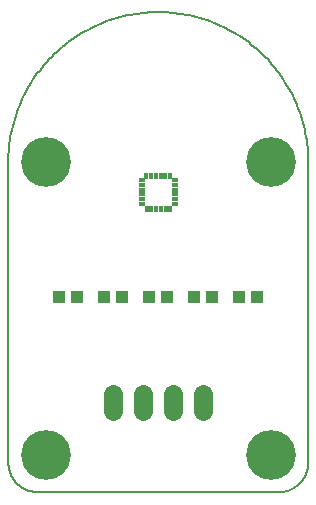
<source format=gts>
G75*
%MOIN*%
%OFA0B0*%
%FSLAX25Y25*%
%IPPOS*%
%LPD*%
%AMOC8*
5,1,8,0,0,1.08239X$1,22.5*
%
%ADD10C,0.00500*%
%ADD11C,0.06343*%
%ADD12C,0.16611*%
%ADD13R,0.02375X0.01587*%
%ADD14R,0.01587X0.02375*%
%ADD15R,0.03950X0.03950*%
D10*
X0011800Y0016800D02*
X0011800Y0116800D01*
X0011815Y0118018D01*
X0011859Y0119234D01*
X0011933Y0120450D01*
X0012037Y0121663D01*
X0012170Y0122873D01*
X0012333Y0124080D01*
X0012525Y0125282D01*
X0012746Y0126480D01*
X0012996Y0127672D01*
X0013275Y0128857D01*
X0013583Y0130035D01*
X0013920Y0131205D01*
X0014285Y0132367D01*
X0014678Y0133519D01*
X0015099Y0134662D01*
X0015548Y0135793D01*
X0016024Y0136914D01*
X0016528Y0138023D01*
X0017058Y0139119D01*
X0017615Y0140202D01*
X0018198Y0141271D01*
X0018806Y0142325D01*
X0019441Y0143365D01*
X0020100Y0144388D01*
X0020784Y0145396D01*
X0021493Y0146386D01*
X0022225Y0147359D01*
X0022981Y0148313D01*
X0023760Y0149249D01*
X0024561Y0150166D01*
X0025385Y0151063D01*
X0026230Y0151939D01*
X0027096Y0152795D01*
X0027983Y0153630D01*
X0028890Y0154442D01*
X0029816Y0155232D01*
X0030762Y0156000D01*
X0031725Y0156744D01*
X0032707Y0157464D01*
X0033706Y0158161D01*
X0034721Y0158833D01*
X0035753Y0159480D01*
X0036800Y0160101D01*
X0037862Y0160697D01*
X0038938Y0161267D01*
X0040027Y0161811D01*
X0041130Y0162327D01*
X0042245Y0162817D01*
X0043371Y0163280D01*
X0044508Y0163715D01*
X0045656Y0164122D01*
X0046813Y0164501D01*
X0047979Y0164852D01*
X0049153Y0165174D01*
X0050335Y0165468D01*
X0051524Y0165733D01*
X0052718Y0165968D01*
X0053918Y0166175D01*
X0055123Y0166352D01*
X0056331Y0166500D01*
X0057543Y0166618D01*
X0058758Y0166707D01*
X0059974Y0166767D01*
X0061191Y0166796D01*
X0062409Y0166796D01*
X0063626Y0166767D01*
X0064842Y0166707D01*
X0066057Y0166618D01*
X0067269Y0166500D01*
X0068477Y0166352D01*
X0069682Y0166175D01*
X0070882Y0165968D01*
X0072076Y0165733D01*
X0073265Y0165468D01*
X0074447Y0165174D01*
X0075621Y0164852D01*
X0076787Y0164501D01*
X0077944Y0164122D01*
X0079092Y0163715D01*
X0080229Y0163280D01*
X0081355Y0162817D01*
X0082470Y0162327D01*
X0083573Y0161811D01*
X0084662Y0161267D01*
X0085738Y0160697D01*
X0086800Y0160101D01*
X0087847Y0159480D01*
X0088879Y0158833D01*
X0089894Y0158161D01*
X0090893Y0157464D01*
X0091875Y0156744D01*
X0092838Y0156000D01*
X0093784Y0155232D01*
X0094710Y0154442D01*
X0095617Y0153630D01*
X0096504Y0152795D01*
X0097370Y0151939D01*
X0098215Y0151063D01*
X0099039Y0150166D01*
X0099840Y0149249D01*
X0100619Y0148313D01*
X0101375Y0147359D01*
X0102107Y0146386D01*
X0102816Y0145396D01*
X0103500Y0144388D01*
X0104159Y0143365D01*
X0104794Y0142325D01*
X0105402Y0141271D01*
X0105985Y0140202D01*
X0106542Y0139119D01*
X0107072Y0138023D01*
X0107576Y0136914D01*
X0108052Y0135793D01*
X0108501Y0134662D01*
X0108922Y0133519D01*
X0109315Y0132367D01*
X0109680Y0131205D01*
X0110017Y0130035D01*
X0110325Y0128857D01*
X0110604Y0127672D01*
X0110854Y0126480D01*
X0111075Y0125282D01*
X0111267Y0124080D01*
X0111430Y0122873D01*
X0111563Y0121663D01*
X0111667Y0120450D01*
X0111741Y0119234D01*
X0111785Y0118018D01*
X0111800Y0116800D01*
X0111800Y0016800D01*
X0111797Y0016558D01*
X0111788Y0016317D01*
X0111774Y0016076D01*
X0111753Y0015835D01*
X0111727Y0015595D01*
X0111695Y0015355D01*
X0111657Y0015116D01*
X0111614Y0014879D01*
X0111564Y0014642D01*
X0111509Y0014407D01*
X0111449Y0014173D01*
X0111382Y0013941D01*
X0111311Y0013710D01*
X0111233Y0013481D01*
X0111150Y0013254D01*
X0111062Y0013029D01*
X0110968Y0012806D01*
X0110869Y0012586D01*
X0110764Y0012368D01*
X0110655Y0012153D01*
X0110540Y0011940D01*
X0110420Y0011730D01*
X0110295Y0011524D01*
X0110165Y0011320D01*
X0110030Y0011119D01*
X0109890Y0010922D01*
X0109746Y0010728D01*
X0109597Y0010538D01*
X0109443Y0010352D01*
X0109285Y0010169D01*
X0109123Y0009990D01*
X0108956Y0009815D01*
X0108785Y0009644D01*
X0108610Y0009477D01*
X0108431Y0009315D01*
X0108248Y0009157D01*
X0108062Y0009003D01*
X0107872Y0008854D01*
X0107678Y0008710D01*
X0107481Y0008570D01*
X0107280Y0008435D01*
X0107076Y0008305D01*
X0106870Y0008180D01*
X0106660Y0008060D01*
X0106447Y0007945D01*
X0106232Y0007836D01*
X0106014Y0007731D01*
X0105794Y0007632D01*
X0105571Y0007538D01*
X0105346Y0007450D01*
X0105119Y0007367D01*
X0104890Y0007289D01*
X0104659Y0007218D01*
X0104427Y0007151D01*
X0104193Y0007091D01*
X0103958Y0007036D01*
X0103721Y0006986D01*
X0103484Y0006943D01*
X0103245Y0006905D01*
X0103005Y0006873D01*
X0102765Y0006847D01*
X0102524Y0006826D01*
X0102283Y0006812D01*
X0102042Y0006803D01*
X0101800Y0006800D01*
X0021800Y0006800D01*
X0021558Y0006803D01*
X0021317Y0006812D01*
X0021076Y0006826D01*
X0020835Y0006847D01*
X0020595Y0006873D01*
X0020355Y0006905D01*
X0020116Y0006943D01*
X0019879Y0006986D01*
X0019642Y0007036D01*
X0019407Y0007091D01*
X0019173Y0007151D01*
X0018941Y0007218D01*
X0018710Y0007289D01*
X0018481Y0007367D01*
X0018254Y0007450D01*
X0018029Y0007538D01*
X0017806Y0007632D01*
X0017586Y0007731D01*
X0017368Y0007836D01*
X0017153Y0007945D01*
X0016940Y0008060D01*
X0016730Y0008180D01*
X0016524Y0008305D01*
X0016320Y0008435D01*
X0016119Y0008570D01*
X0015922Y0008710D01*
X0015728Y0008854D01*
X0015538Y0009003D01*
X0015352Y0009157D01*
X0015169Y0009315D01*
X0014990Y0009477D01*
X0014815Y0009644D01*
X0014644Y0009815D01*
X0014477Y0009990D01*
X0014315Y0010169D01*
X0014157Y0010352D01*
X0014003Y0010538D01*
X0013854Y0010728D01*
X0013710Y0010922D01*
X0013570Y0011119D01*
X0013435Y0011320D01*
X0013305Y0011524D01*
X0013180Y0011730D01*
X0013060Y0011940D01*
X0012945Y0012153D01*
X0012836Y0012368D01*
X0012731Y0012586D01*
X0012632Y0012806D01*
X0012538Y0013029D01*
X0012450Y0013254D01*
X0012367Y0013481D01*
X0012289Y0013710D01*
X0012218Y0013941D01*
X0012151Y0014173D01*
X0012091Y0014407D01*
X0012036Y0014642D01*
X0011986Y0014879D01*
X0011943Y0015116D01*
X0011905Y0015355D01*
X0011873Y0015595D01*
X0011847Y0015835D01*
X0011826Y0016076D01*
X0011812Y0016317D01*
X0011803Y0016558D01*
X0011800Y0016800D01*
D11*
X0046800Y0034028D02*
X0046800Y0039572D01*
X0056800Y0039572D02*
X0056800Y0034028D01*
X0066800Y0034028D02*
X0066800Y0039572D01*
X0076800Y0039572D02*
X0076800Y0034028D01*
D12*
X0099300Y0019300D03*
X0099300Y0116800D03*
X0024300Y0116800D03*
X0024300Y0019300D03*
D13*
X0056288Y0102902D03*
X0056288Y0104477D03*
X0056288Y0106052D03*
X0056288Y0107627D03*
X0056288Y0109202D03*
X0056288Y0110776D03*
X0067312Y0110776D03*
X0067312Y0109202D03*
X0067312Y0107627D03*
X0067312Y0106052D03*
X0067312Y0104477D03*
X0067312Y0102902D03*
D14*
X0065776Y0101288D03*
X0064202Y0101288D03*
X0062627Y0101288D03*
X0061052Y0101288D03*
X0059477Y0101288D03*
X0057902Y0101288D03*
X0057863Y0112312D03*
X0059438Y0112312D03*
X0061013Y0112312D03*
X0062587Y0112312D03*
X0064162Y0112312D03*
X0065737Y0112312D03*
D15*
X0064753Y0071800D03*
X0058847Y0071800D03*
X0049753Y0071800D03*
X0043847Y0071800D03*
X0034753Y0071800D03*
X0028847Y0071800D03*
X0073847Y0071800D03*
X0079753Y0071800D03*
X0088847Y0071800D03*
X0094753Y0071800D03*
M02*

</source>
